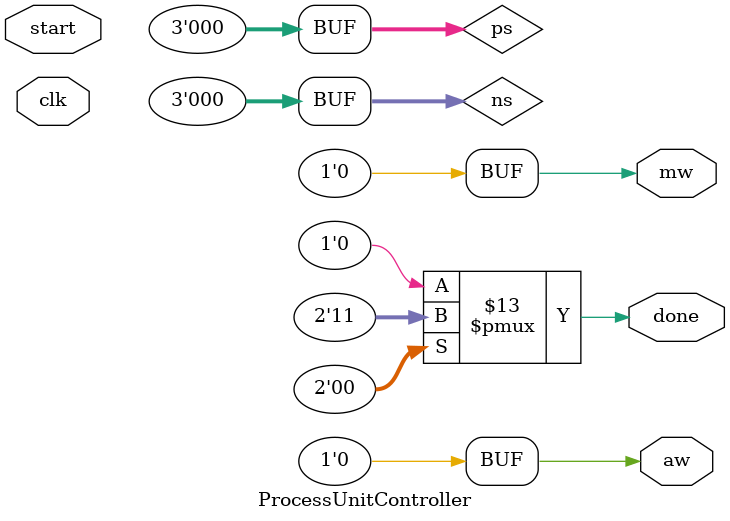
<source format=v>
module ProcessUnitController(input start,clk , output reg mw , aw , done);
    parameter IDEL = 3'd0 , INIT = 3'd1 , MULT = 3'd2 , ADD = 3'd3 , RELU = 3'd4 , DONE = 3'd5;
    reg [2:0] ps;
    reg [2:0] ns;
    always @(ps,start)
    begin
        case (ps)
            IDEL: 
                ns<= (start)?INIT:IDEL;
            INIT:
                ns<= (start)?INIT:MULT;  
            MULT:
                ns<= ADD;
            ADD:
                ns<= RELU;
            RELU:
                ns <= DONE;
            DONE:
                ns<= IDEL;
            default: begin
                ns<= IDEL;
                ps<= IDEL;
            end
        endcase
    end
    always @(*) begin
        {mw,aw,done}=3'd0;
         case (ps)
            MULT:
                mw=1'b1;
            ADD:
                aw=1'b1;
            RELU:
                done=1'b1;
            DONE:
                done=1'b1;
        endcase
    end
    
    
    always @(posedge clk) 
        ps <=ns;
endmodule 
</source>
